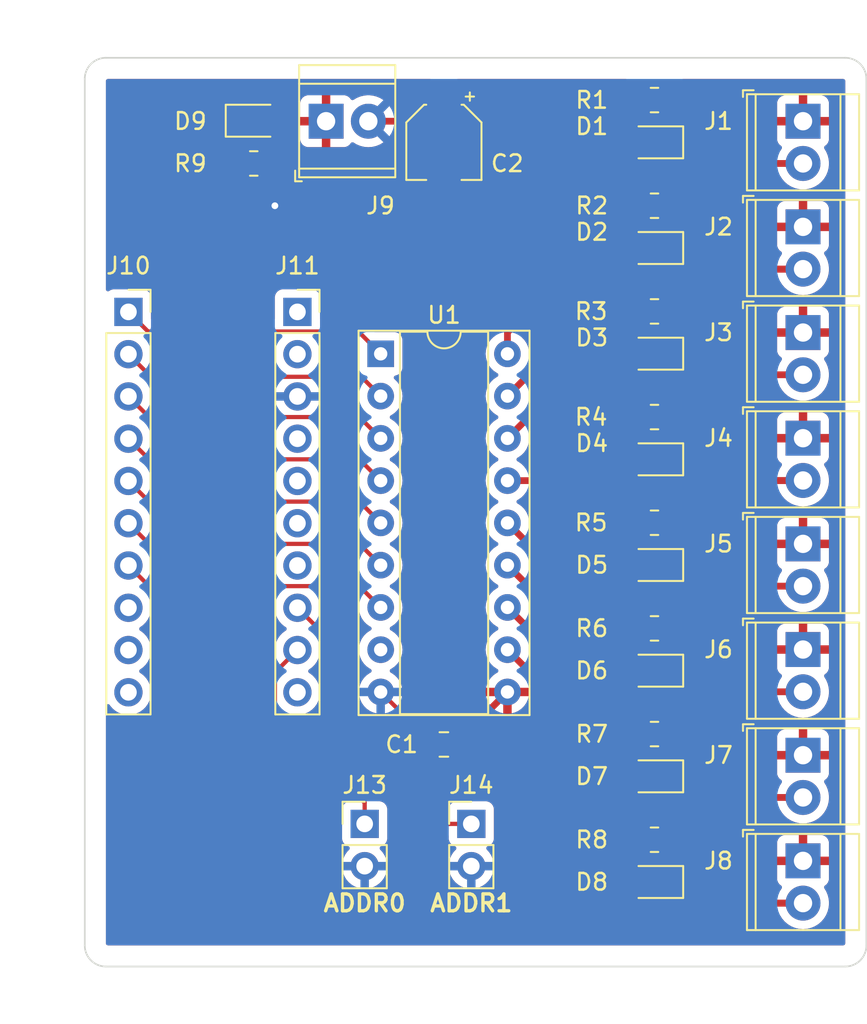
<source format=kicad_pcb>
(kicad_pcb (version 20211014) (generator pcbnew)
  (layers (0 "F.Cu" signal) (31 "B.Cu" signal) (34 "B.Paste" user) (35 "F.Paste" user) (36 "B.SilkS" user "B.Silkscreen") (37 "F.SilkS" user "F.Silkscreen") (38 "B.Mask" user) (39 "F.Mask" user) (44 "Edge.Cuts" user))
  (net 0 "")
  (net 1 "/GPIO_0")
  (net 2 "/GPIO_1")
  (net 3 "/GPIO_2")
  (net 4 "/GPIO_3")
  (net 5 "/GPIO_4")
  (net 6 "/GPIO_5")
  (net 7 "/GPIO_6")
  (net 8 "/GPIO_7")
  (net 14 "VCC")
  (net 15 "/COIL1-")
  (net 16 "/COIL2-")
  (net 17 "/COIL3-")
  (net 18 "/COIL4-")
  (net 19 "/COIL5-")
  (net 20 "/COIL6-")
  (net 21 "/COIL7-")
  (net 22 "/COIL8-")
  (net 23 "GND")
  (net 24 "Net-(D1-Pad1)")
  (net 25 "Net-(D2-Pad1)")
  (net 26 "Net-(D3-Pad1)")
  (net 27 "Net-(D4-Pad1)")
  (net 28 "Net-(D5-Pad1)")
  (net 29 "Net-(D6-Pad1)")
  (net 30 "Net-(D7-Pad1)")
  (net 31 "Net-(D8-Pad1)")
  (net 32 "/GPIO_16")
  (net 33 "/GPIO_15")
  (net 34 "/GPIO_14")
  (net 35 "/GPIO_13")
  (net 36 "/GPIO_12")
  (net 37 "/GPIO_11")
  (net 38 "/GPIO_8")
  (net 39 "Net-(D9-Pad1)")
  (footprint "LED_SMD:LED_0805_2012Metric" (layer "F.Cu") (at 86.36 90.17 180)
    (fp_text reference "D5" (at 3.81 0) (layer "F.SilkS"))
    (fp_text value "RED")
    (fp_line (start -1.685 -0.96) (end -1.685 0.96) (layer "F.SilkS") (width 0.12))
    (fp_line (start -1.685 0.96) (end 1 0.96) (layer "F.SilkS") (width 0.12))
    (fp_line (start 1 -0.96) (end -1.685 -0.96) (layer "F.SilkS") (width 0.12))
    (pad "1" smd roundrect (at -0.9375 0 180) (size 0.975 1.4) (layers "F.Cu" "F.Paste" "F.Mask") (net 28 "Net-(D5-Pad1)"))
    (pad "2" smd roundrect (at 0.9375 0 180) (size 0.975 1.4) (layers "F.Cu" "F.Paste" "F.Mask") (net 14 "VCC"))
  )
  (footprint "LED_SMD:LED_0805_2012Metric" (layer "F.Cu") (at 86.36 71.12 180)
    (fp_text reference "D2" (at 3.81 0.96) (layer "F.SilkS"))
    (fp_text value "RED")
    (fp_line (start 1 -0.96) (end -1.685 -0.96) (layer "F.SilkS") (width 0.12))
    (fp_line (start -1.685 0.96) (end 1 0.96) (layer "F.SilkS") (width 0.12))
    (fp_line (start -1.685 -0.96) (end -1.685 0.96) (layer "F.SilkS") (width 0.12))
    (pad "1" smd roundrect (at -0.9375 0 180) (size 0.975 1.4) (layers "F.Cu" "F.Paste" "F.Mask") (net 25 "Net-(D2-Pad1)"))
    (pad "2" smd roundrect (at 0.9375 0 180) (size 0.975 1.4) (layers "F.Cu" "F.Paste" "F.Mask") (net 14 "VCC"))
  )
  (footprint "Connector_PinHeader_2.54mm:PinHeader_1x02_P2.54mm_Vertical" (layer "F.Cu") (at 68.8975 105.7275)
    (fp_text reference "J13" (at 0 -2.33) (layer "F.SilkS"))
    (fp_text value "Conn_01x02_Male")
    (fp_line (start -1.33 1.27) (end -1.33 3.87) (layer "F.SilkS") (width 0.12))
    (fp_line (start 1.33 1.27) (end 1.33 3.87) (layer "F.SilkS") (width 0.12))
    (fp_line (start -1.33 -1.33) (end 0 -1.33) (layer "F.SilkS") (width 0.12))
    (fp_line (start -1.33 0) (end -1.33 -1.33) (layer "F.SilkS") (width 0.12))
    (fp_line (start -1.33 3.87) (end 1.33 3.87) (layer "F.SilkS") (width 0.12))
    (fp_line (start -1.33 1.27) (end 1.33 1.27) (layer "F.SilkS") (width 0.12))
    (pad "1" thru_hole rect (at 0 0) (size 1.7 1.7) (drill 1) (layers *.Cu *.Mask) (net 36 "/GPIO_12"))
    (pad "2" thru_hole oval (at 0 2.54) (size 1.7 1.7) (drill 1) (layers *.Cu *.Mask) (net 23 "GND"))
  )
  (footprint "TerminalBlock_TE-Connectivity:TerminalBlock_TE_282834-2_1x02_P2.54mm_Horizontal" (layer "F.Cu") (at 95.25 63.5 -90)
    (fp_text reference "J1" (at 0 5.08 180) (layer "F.SilkS"))
    (fp_text value "Screw_Terminal_01x02")
    (fp_line (start -1.62 -3.37) (end 4.16 -3.37) (layer "F.SilkS") (width 0.12))
    (fp_line (start -1.62 -3.37) (end -1.62 3.37) (layer "F.SilkS") (width 0.12))
    (fp_line (start -1.86 2.97) (end -1.86 3.61) (layer "F.SilkS") (width 0.12))
    (fp_line (start 4.16 -3.37) (end 4.16 3.37) (layer "F.SilkS") (width 0.12))
    (fp_line (start -1.62 2.85) (end 4.16 2.85) (layer "F.SilkS") (width 0.12))
    (fp_line (start -1.86 3.61) (end -1.46 3.61) (layer "F.SilkS") (width 0.12))
    (fp_line (start -1.62 -2.25) (end 4.16 -2.25) (layer "F.SilkS") (width 0.12))
    (fp_line (start -1.62 3.37) (end 4.16 3.37) (layer "F.SilkS") (width 0.12))
    (pad "1" thru_hole rect (at 0 0 270) (size 2.1 2.1) (drill 1.1) (layers *.Cu *.Mask) (net 14 "VCC"))
    (pad "2" thru_hole circle (at 2.54 0 270) (size 2.1 2.1) (drill 1.1) (layers *.Cu *.Mask) (net 15 "/COIL1-"))
  )
  (footprint "Capacitor_SMD:C_0805_2012Metric" (layer "F.Cu") (at 73.66 100.955)
    (fp_text reference "C1" (at -2.54 0) (layer "F.SilkS"))
    (fp_text value "0.1uF")
    (fp_line (start -0.261252 -0.735) (end 0.261252 -0.735) (layer "F.SilkS") (width 0.12))
    (fp_line (start -0.261252 0.735) (end 0.261252 0.735) (layer "F.SilkS") (width 0.12))
    (pad "1" smd roundrect (at -0.95 0) (size 1 1.45) (layers "F.Cu" "F.Paste" "F.Mask") (net 23 "GND"))
    (pad "2" smd roundrect (at 0.95 0) (size 1 1.45) (layers "F.Cu" "F.Paste" "F.Mask") (net 14 "VCC"))
  )
  (footprint "TerminalBlock_TE-Connectivity:TerminalBlock_TE_282834-2_1x02_P2.54mm_Horizontal" (layer "F.Cu") (at 95.25 82.55 -90)
    (fp_text reference "J4" (at 0 5.08 180) (layer "F.SilkS"))
    (fp_text value "Screw_Terminal_01x02")
    (fp_line (start -1.62 -3.37) (end -1.62 3.37) (layer "F.SilkS") (width 0.12))
    (fp_line (start -1.86 3.61) (end -1.46 3.61) (layer "F.SilkS") (width 0.12))
    (fp_line (start -1.62 -2.25) (end 4.16 -2.25) (layer "F.SilkS") (width 0.12))
    (fp_line (start -1.62 -3.37) (end 4.16 -3.37) (layer "F.SilkS") (width 0.12))
    (fp_line (start -1.86 2.97) (end -1.86 3.61) (layer "F.SilkS") (width 0.12))
    (fp_line (start -1.62 2.85) (end 4.16 2.85) (layer "F.SilkS") (width 0.12))
    (fp_line (start 4.16 -3.37) (end 4.16 3.37) (layer "F.SilkS") (width 0.12))
    (fp_line (start -1.62 3.37) (end 4.16 3.37) (layer "F.SilkS") (width 0.12))
    (pad "1" thru_hole rect (at 0 0 270) (size 2.1 2.1) (drill 1.1) (layers *.Cu *.Mask) (net 14 "VCC"))
    (pad "2" thru_hole circle (at 2.54 0 270) (size 2.1 2.1) (drill 1.1) (layers *.Cu *.Mask) (net 18 "/COIL4-"))
  )
  (footprint "LED_SMD:LED_0805_2012Metric" (layer "F.Cu") (at 86.36 77.47 180)
    (fp_text reference "D3" (at 3.81 0.96) (layer "F.SilkS"))
    (fp_text value "RED")
    (fp_line (start -1.685 -0.96) (end -1.685 0.96) (layer "F.SilkS") (width 0.12))
    (fp_line (start 1 -0.96) (end -1.685 -0.96) (layer "F.SilkS") (width 0.12))
    (fp_line (start -1.685 0.96) (end 1 0.96) (layer "F.SilkS") (width 0.12))
    (pad "1" smd roundrect (at -0.9375 0 180) (size 0.975 1.4) (layers "F.Cu" "F.Paste" "F.Mask") (net 26 "Net-(D3-Pad1)"))
    (pad "2" smd roundrect (at 0.9375 0 180) (size 0.975 1.4) (layers "F.Cu" "F.Paste" "F.Mask") (net 14 "VCC"))
  )
  (footprint "Connector_PinHeader_2.54mm:PinHeader_1x02_P2.54mm_Vertical" (layer "F.Cu") (at 75.3075 105.7275)
    (fp_text reference "J14" (at 0 -2.33) (layer "F.SilkS"))
    (fp_text value "Conn_01x02_Male")
    (fp_line (start -1.33 1.27) (end 1.33 1.27) (layer "F.SilkS") (width 0.12))
    (fp_line (start 1.33 1.27) (end 1.33 3.87) (layer "F.SilkS") (width 0.12))
    (fp_line (start -1.33 3.87) (end 1.33 3.87) (layer "F.SilkS") (width 0.12))
    (fp_line (start -1.33 -1.33) (end 0 -1.33) (layer "F.SilkS") (width 0.12))
    (fp_line (start -1.33 0) (end -1.33 -1.33) (layer "F.SilkS") (width 0.12))
    (fp_line (start -1.33 1.27) (end -1.33 3.87) (layer "F.SilkS") (width 0.12))
    (pad "1" thru_hole rect (at 0 0) (size 1.7 1.7) (drill 1) (layers *.Cu *.Mask) (net 35 "/GPIO_13"))
    (pad "2" thru_hole oval (at 0 2.54) (size 1.7 1.7) (drill 1) (layers *.Cu *.Mask) (net 23 "GND"))
  )
  (footprint "Resistor_SMD:R_0805_2012Metric" (layer "F.Cu") (at 86.32 93.98)
    (fp_text reference "R6" (at -3.77 0) (layer "F.SilkS"))
    (fp_text value "1.5k")
    (fp_line (start -0.227064 0.735) (end 0.227064 0.735) (layer "F.SilkS") (width 0.12))
    (fp_line (start -0.227064 -0.735) (end 0.227064 -0.735) (layer "F.SilkS") (width 0.12))
    (pad "1" smd roundrect (at -0.9125 0) (size 1.025 1.4) (layers "F.Cu" "F.Paste" "F.Mask") (roundrect_rratio 0.243902439) (net 29 "Net-(D6-Pad1)"))
    (pad "2" smd roundrect (at 0.9125 0) (size 1.025 1.4) (layers "F.Cu" "F.Paste" "F.Mask") (roundrect_rratio 0.243902439) (net 20 "/COIL6-"))
  )
  (footprint "TerminalBlock_TE-Connectivity:TerminalBlock_TE_282834-2_1x02_P2.54mm_Horizontal" (layer "F.Cu") (at 95.25 69.85 -90)
    (fp_text reference "J2" (at 0 5.08 180) (layer "F.SilkS"))
    (fp_text value "Screw_Terminal_01x02")
    (fp_line (start -1.62 -3.37) (end -1.62 3.37) (layer "F.SilkS") (width 0.12))
    (fp_line (start -1.62 2.85) (end 4.16 2.85) (layer "F.SilkS") (width 0.12))
    (fp_line (start 4.16 -3.37) (end 4.16 3.37) (layer "F.SilkS") (width 0.12))
    (fp_line (start -1.62 -2.25) (end 4.16 -2.25) (layer "F.SilkS") (width 0.12))
    (fp_line (start -1.86 3.61) (end -1.46 3.61) (layer "F.SilkS") (width 0.12))
    (fp_line (start -1.62 -3.37) (end 4.16 -3.37) (layer "F.SilkS") (width 0.12))
    (fp_line (start -1.86 2.97) (end -1.86 3.61) (layer "F.SilkS") (width 0.12))
    (fp_line (start -1.62 3.37) (end 4.16 3.37) (layer "F.SilkS") (width 0.12))
    (pad "1" thru_hole rect (at 0 0 270) (size 2.1 2.1) (drill 1.1) (layers *.Cu *.Mask) (net 14 "VCC"))
    (pad "2" thru_hole circle (at 2.54 0 270) (size 2.1 2.1) (drill 1.1) (layers *.Cu *.Mask) (net 16 "/COIL2-"))
  )
  (footprint "Resistor_SMD:R_0805_2012Metric" (layer "F.Cu") (at 86.32 68.58)
    (fp_text reference "R2" (at -3.77 0) (layer "F.SilkS"))
    (fp_text value "1.5k")
    (fp_line (start -0.227064 -0.735) (end 0.227064 -0.735) (layer "F.SilkS") (width 0.12))
    (fp_line (start -0.227064 0.735) (end 0.227064 0.735) (layer "F.SilkS") (width 0.12))
    (pad "1" smd roundrect (at -0.9125 0) (size 1.025 1.4) (layers "F.Cu" "F.Paste" "F.Mask") (roundrect_rratio 0.243902439) (net 25 "Net-(D2-Pad1)"))
    (pad "2" smd roundrect (at 0.9125 0) (size 1.025 1.4) (layers "F.Cu" "F.Paste" "F.Mask") (roundrect_rratio 0.243902439) (net 16 "/COIL2-"))
  )
  (footprint "LED_SMD:LED_0805_2012Metric" (layer "F.Cu") (at 86.36 102.87 180)
    (fp_text reference "D7" (at 3.81 0) (layer "F.SilkS"))
    (fp_text value "RED")
    (fp_line (start -1.685 -0.96) (end -1.685 0.96) (layer "F.SilkS") (width 0.12))
    (fp_line (start 1 -0.96) (end -1.685 -0.96) (layer "F.SilkS") (width 0.12))
    (fp_line (start -1.685 0.96) (end 1 0.96) (layer "F.SilkS") (width 0.12))
    (pad "1" smd roundrect (at -0.9375 0 180) (size 0.975 1.4) (layers "F.Cu" "F.Paste" "F.Mask") (net 30 "Net-(D7-Pad1)"))
    (pad "2" smd roundrect (at 0.9375 0 180) (size 0.975 1.4) (layers "F.Cu" "F.Paste" "F.Mask") (net 14 "VCC"))
  )
  (footprint "TerminalBlock_TE-Connectivity:TerminalBlock_TE_282834-2_1x02_P2.54mm_Horizontal" (layer "F.Cu") (at 95.25 101.6 -90)
    (fp_text reference "J7" (at 0 5.08 180) (layer "F.SilkS"))
    (fp_text value "Screw_Terminal_01x02")
    (fp_line (start -1.62 3.37) (end 4.16 3.37) (layer "F.SilkS") (width 0.12))
    (fp_line (start -1.62 -3.37) (end -1.62 3.37) (layer "F.SilkS") (width 0.12))
    (fp_line (start -1.62 -2.25) (end 4.16 -2.25) (layer "F.SilkS") (width 0.12))
    (fp_line (start -1.86 2.97) (end -1.86 3.61) (layer "F.SilkS") (width 0.12))
    (fp_line (start 4.16 -3.37) (end 4.16 3.37) (layer "F.SilkS") (width 0.12))
    (fp_line (start -1.62 2.85) (end 4.16 2.85) (layer "F.SilkS") (width 0.12))
    (fp_line (start -1.62 -3.37) (end 4.16 -3.37) (layer "F.SilkS") (width 0.12))
    (fp_line (start -1.86 3.61) (end -1.46 3.61) (layer "F.SilkS") (width 0.12))
    (pad "1" thru_hole rect (at 0 0 270) (size 2.1 2.1) (drill 1.1) (layers *.Cu *.Mask) (net 14 "VCC"))
    (pad "2" thru_hole circle (at 2.54 0 270) (size 2.1 2.1) (drill 1.1) (layers *.Cu *.Mask) (net 21 "/COIL7-"))
  )
  (footprint "TerminalBlock_TE-Connectivity:TerminalBlock_TE_282834-2_1x02_P2.54mm_Horizontal" (layer "F.Cu") (at 95.25 107.95 -90)
    (fp_text reference "J8" (at 0 5.08 180) (layer "F.SilkS"))
    (fp_text value "Screw_Terminal_01x02")
    (fp_line (start -1.62 -2.25) (end 4.16 -2.25) (layer "F.SilkS") (width 0.12))
    (fp_line (start -1.62 2.85) (end 4.16 2.85) (layer "F.SilkS") (width 0.12))
    (fp_line (start -1.62 -3.37) (end 4.16 -3.37) (layer "F.SilkS") (width 0.12))
    (fp_line (start -1.86 2.97) (end -1.86 3.61) (layer "F.SilkS") (width 0.12))
    (fp_line (start -1.62 -3.37) (end -1.62 3.37) (layer "F.SilkS") (width 0.12))
    (fp_line (start -1.62 3.37) (end 4.16 3.37) (layer "F.SilkS") (width 0.12))
    (fp_line (start 4.16 -3.37) (end 4.16 3.37) (layer "F.SilkS") (width 0.12))
    (fp_line (start -1.86 3.61) (end -1.46 3.61) (layer "F.SilkS") (width 0.12))
    (pad "1" thru_hole rect (at 0 0 270) (size 2.1 2.1) (drill 1.1) (layers *.Cu *.Mask) (net 14 "VCC"))
    (pad "2" thru_hole circle (at 2.54 0 270) (size 2.1 2.1) (drill 1.1) (layers *.Cu *.Mask) (net 22 "/COIL8-"))
  )
  (footprint "Connector_PinSocket_2.54mm:PinSocket_1x10_P2.54mm_Vertical" (layer "F.Cu") (at 64.855 74.96)
    (fp_text reference "J11" (at 0 -2.77) (layer "F.SilkS"))
    (fp_text value "Conn_01x10_Female")
    (fp_line (start -1.33 1.27) (end 1.33 1.27) (layer "F.SilkS") (width 0.12))
    (fp_line (start 1.33 1.27) (end 1.33 24.19) (layer "F.SilkS") (width 0.12))
    (fp_line (start 0 -1.33) (end 1.33 -1.33) (layer "F.SilkS") (width 0.12))
    (fp_line (start -1.33 24.19) (end 1.33 24.19) (layer "F.SilkS") (width 0.12))
    (fp_line (start -1.33 1.27) (end -1.33 24.19) (layer "F.SilkS") (width 0.12))
    (fp_line (start 1.33 -1.33) (end 1.33 0) (layer "F.SilkS") (width 0.12))
    (pad "1" thru_hole rect (at 0 0) (size 1.7 1.7) (drill 1) (layers *.Cu *.Mask))
    (pad "2" thru_hole oval (at 0 2.54) (size 1.7 1.7) (drill 1) (layers *.Cu *.Mask))
    (pad "3" thru_hole oval (at 0 5.08) (size 1.7 1.7) (drill 1) (layers *.Cu *.Mask) (net 23 "GND"))
    (pad "4" thru_hole oval (at 0 7.62) (size 1.7 1.7) (drill 1) (layers *.Cu *.Mask) (net 32 "/GPIO_16"))
    (pad "5" thru_hole oval (at 0 10.16) (size 1.7 1.7) (drill 1) (layers *.Cu *.Mask) (net 33 "/GPIO_15"))
    (pad "6" thru_hole oval (at 0 12.7) (size 1.7 1.7) (drill 1) (layers *.Cu *.Mask) (net 34 "/GPIO_14"))
    (pad "7" thru_hole oval (at 0 15.24) (size 1.7 1.7) (drill 1) (layers *.Cu *.Mask))
    (pad "8" thru_hole oval (at 0 17.78) (size 1.7 1.7) (drill 1) (layers *.Cu *.Mask) (net 35 "/GPIO_13"))
    (pad "9" thru_hole oval (at 0 20.32) (size 1.7 1.7) (drill 1) (layers *.Cu *.Mask) (net 36 "/GPIO_12"))
    (pad "10" thru_hole oval (at 0 22.86) (size 1.7 1.7) (drill 1) (layers *.Cu *.Mask) (net 37 "/GPIO_11"))
  )
  (footprint "Resistor_SMD:R_0805_2012Metric" (layer "F.Cu") (at 62.23 66.04)
    (fp_text reference "R9" (at -3.81 0) (layer "F.SilkS"))
    (fp_text value "1.5k")
    (fp_line (start -0.227064 -0.735) (end 0.227064 -0.735) (layer "F.SilkS") (width 0.12))
    (fp_line (start -0.227064 0.735) (end 0.227064 0.735) (layer "F.SilkS") (width 0.12))
    (pad "1" smd roundrect (at -0.9125 0) (size 1.025 1.4) (layers "F.Cu" "F.Paste" "F.Mask") (roundrect_rratio 0.243902439) (net 39 "Net-(D9-Pad1)"))
    (pad "2" smd roundrect (at 0.9125 0) (size 1.025 1.4) (layers "F.Cu" "F.Paste" "F.Mask") (roundrect_rratio 0.243902439) (net 23 "GND"))
  )
  (footprint "Resistor_SMD:R_0805_2012Metric" (layer "F.Cu") (at 86.32 87.63)
    (fp_text reference "R5" (at -3.81 0) (layer "F.SilkS"))
    (fp_text value "1.5k")
    (fp_line (start -0.227064 -0.735) (end 0.227064 -0.735) (layer "F.SilkS") (width 0.12))
    (fp_line (start -0.227064 0.735) (end 0.227064 0.735) (layer "F.SilkS") (width 0.12))
    (pad "1" smd roundrect (at -0.9125 0) (size 1.025 1.4) (layers "F.Cu" "F.Paste" "F.Mask") (roundrect_rratio 0.243902439) (net 28 "Net-(D5-Pad1)"))
    (pad "2" smd roundrect (at 0.9125 0) (size 1.025 1.4) (layers "F.Cu" "F.Paste" "F.Mask") (roundrect_rratio 0.243902439) (net 19 "/COIL5-"))
  )
  (footprint "LED_SMD:LED_0805_2012Metric" (layer "F.Cu") (at 86.36 83.82 180)
    (fp_text reference "D4" (at 3.81 0.96) (layer "F.SilkS"))
    (fp_text value "RED")
    (fp_line (start -1.685 -0.96) (end -1.685 0.96) (layer "F.SilkS") (width 0.12))
    (fp_line (start 1 -0.96) (end -1.685 -0.96) (layer "F.SilkS") (width 0.12))
    (fp_line (start -1.685 0.96) (end 1 0.96) (layer "F.SilkS") (width 0.12))
    (pad "1" smd roundrect (at -0.9375 0 180) (size 0.975 1.4) (layers "F.Cu" "F.Paste" "F.Mask") (net 27 "Net-(D4-Pad1)"))
    (pad "2" smd roundrect (at 0.9375 0 180) (size 0.975 1.4) (layers "F.Cu" "F.Paste" "F.Mask") (net 14 "VCC"))
  )
  (footprint "Resistor_SMD:R_0805_2012Metric" (layer "F.Cu") (at 86.32 100.33)
    (fp_text reference "R7" (at -3.77 0) (layer "F.SilkS"))
    (fp_text value "1.5k")
    (fp_line (start -0.227064 0.735) (end 0.227064 0.735) (layer "F.SilkS") (width 0.12))
    (fp_line (start -0.227064 -0.735) (end 0.227064 -0.735) (layer "F.SilkS") (width 0.12))
    (pad "1" smd roundrect (at -0.9125 0) (size 1.025 1.4) (layers "F.Cu" "F.Paste" "F.Mask") (roundrect_rratio 0.243902439) (net 30 "Net-(D7-Pad1)"))
    (pad "2" smd roundrect (at 0.9125 0) (size 1.025 1.4) (layers "F.Cu" "F.Paste" "F.Mask") (roundrect_rratio 0.243902439) (net 21 "/COIL7-"))
  )
  (footprint "Capacitor_SMD:CP_Elec_4x5.4" (layer "F.Cu") (at 73.66 64.77 -90)
    (fp_text reference "C2" (at 1.27 -3.81 180) (layer "F.SilkS"))
    (fp_text value "10uF")
    (fp_line (start -1.195563 -2.26) (end 2.26 -2.26) (layer "F.SilkS") (width 0.12))
    (fp_line (start -2.26 1.195563) (end -1.195563 2.26) (layer "F.SilkS") (width 0.12))
    (fp_line (start -3 -1.56) (end -2.5 -1.56) (layer "F.SilkS") (width 0.12))
    (fp_line (start -2.26 1.195563) (end -2.26 1.06) (layer "F.SilkS") (width 0.12))
    (fp_line (start -1.195563 2.26) (end 2.26 2.26) (layer "F.SilkS") (width 0.12))
    (fp_line (start 2.26 2.26) (end 2.26 1.06) (layer "F.SilkS") (width 0.12))
    (fp_line (start -2.26 -1.195563) (end -1.195563 -2.26) (layer "F.SilkS") (width 0.12))
    (fp_line (start 2.26 -2.26) (end 2.26 -1.06) (layer "F.SilkS") (width 0.12))
    (fp_line (start -2.26 -1.195563) (end -2.26 -1.06) (layer "F.SilkS") (width 0.12))
    (fp_line (start -2.75 -1.81) (end -2.75 -1.31) (layer "F.SilkS") (width 0.12))
    (pad "1" smd roundrect (at -1.8 0 270) (size 2.6 1.6) (layers "F.Cu" "F.Paste" "F.Mask") (roundrect_rratio 0.15625) (net 23 "GND"))
    (pad "2" smd roundrect (at 1.8 0 270) (size 2.6 1.6) (layers "F.Cu" "F.Paste" "F.Mask") (roundrect_rratio 0.15625) (net 14 "VCC"))
  )
  (footprint "Resistor_SMD:R_0805_2012Metric" (layer "F.Cu") (at 86.32 74.93)
    (fp_text reference "R3" (at -3.81 0) (layer "F.SilkS"))
    (fp_text value "1.5k")
    (fp_line (start -0.227064 0.735) (end 0.227064 0.735) (layer "F.SilkS") (width 0.12))
    (fp_line (start -0.227064 -0.735) (end 0.227064 -0.735) (layer "F.SilkS") (width 0.12))
    (pad "1" smd roundrect (at -0.9125 0) (size 1.025 1.4) (layers "F.Cu" "F.Paste" "F.Mask") (roundrect_rratio 0.243902439) (net 26 "Net-(D3-Pad1)"))
    (pad "2" smd roundrect (at 0.9125 0) (size 1.025 1.4) (layers "F.Cu" "F.Paste" "F.Mask") (roundrect_rratio 0.243902439) (net 17 "/COIL3-"))
  )
  (footprint "TerminalBlock_TE-Connectivity:TerminalBlock_TE_282834-2_1x02_P2.54mm_Horizontal" (layer "F.Cu") (at 66.578 63.5)
    (fp_text reference "J9" (at 3.272 5.08) (layer "F.SilkS"))
    (fp_text value "Screw_Terminal_01x02")
    (fp_line (start -1.62 -2.25) (end 4.16 -2.25) (layer "F.SilkS") (width 0.12))
    (fp_line (start -1.62 -3.37) (end 4.16 -3.37) (layer "F.SilkS") (width 0.12))
    (fp_line (start -1.86 2.97) (end -1.86 3.61) (layer "F.SilkS") (width 0.12))
    (fp_line (start -1.62 2.85) (end 4.16 2.85) (layer "F.SilkS") (width 0.12))
    (fp_line (start 4.16 -3.37) (end 4.16 3.37) (layer "F.SilkS") (width 0.12))
    (fp_line (start -1.62 3.37) (end 4.16 3.37) (layer "F.SilkS") (width 0.12))
    (fp_line (start -1.62 -3.37) (end -1.62 3.37) (layer "F.SilkS") (width 0.12))
    (fp_line (start -1.86 3.61) (end -1.46 3.61) (layer "F.SilkS") (width 0.12))
    (pad "1" thru_hole rect (at 0 0) (size 2.1 2.1) (drill 1.1) (layers *.Cu *.Mask) (net 14 "VCC"))
    (pad "2" thru_hole circle (at 2.54 0) (size 2.1 2.1) (drill 1.1) (layers *.Cu *.Mask) (net 23 "GND"))
  )
  (footprint "TerminalBlock_TE-Connectivity:TerminalBlock_TE_282834-2_1x02_P2.54mm_Horizontal" (layer "F.Cu") (at 95.25 95.25 -90)
    (fp_text reference "J6" (at 0 5.08 180) (layer "F.SilkS"))
    (fp_text value "Screw_Terminal_01x02")
    (fp_line (start -1.62 -3.37) (end -1.62 3.37) (layer "F.SilkS") (width 0.12))
    (fp_line (start -1.62 -2.25) (end 4.16 -2.25) (layer "F.SilkS") (width 0.12))
    (fp_line (start -1.86 3.61) (end -1.46 3.61) (layer "F.SilkS") (width 0.12))
    (fp_line (start -1.62 3.37) (end 4.16 3.37) (layer "F.SilkS") (width 0.12))
    (fp_line (start -1.62 -3.37) (end 4.16 -3.37) (layer "F.SilkS") (width 0.12))
    (fp_line (start -1.86 2.97) (end -1.86 3.61) (layer "F.SilkS") (width 0.12))
    (fp_line (start -1.62 2.85) (end 4.16 2.85) (layer "F.SilkS") (width 0.12))
    (fp_line (start 4.16 -3.37) (end 4.16 3.37) (layer "F.SilkS") (width 0.12))
    (pad "1" thru_hole rect (at 0 0 270) (size 2.1 2.1) (drill 1.1) (layers *.Cu *.Mask) (net 14 "VCC"))
    (pad "2" thru_hole circle (at 2.54 0 270) (size 2.1 2.1) (drill 1.1) (layers *.Cu *.Mask) (net 20 "/COIL6-"))
  )
  (footprint "Resistor_SMD:R_0805_2012Metric" (layer "F.Cu") (at 86.32 81.28)
    (fp_text reference "R4" (at -3.81 0) (layer "F.SilkS"))
    (fp_text value "1.5k")
    (fp_line (start -0.227064 -0.735) (end 0.227064 -0.735) (layer "F.SilkS") (width 0.12))
    (fp_line (start -0.227064 0.735) (end 0.227064 0.735) (layer "F.SilkS") (width 0.12))
    (pad "1" smd roundrect (at -0.9125 0) (size 1.025 1.4) (layers "F.Cu" "F.Paste" "F.Mask") (roundrect_rratio 0.243902439) (net 27 "Net-(D4-Pad1)"))
    (pad "2" smd roundrect (at 0.9125 0) (size 1.025 1.4) (layers "F.Cu" "F.Paste" "F.Mask") (roundrect_rratio 0.243902439) (net 18 "/COIL4-"))
  )
  (footprint "TerminalBlock_TE-Connectivity:TerminalBlock_TE_282834-2_1x02_P2.54mm_Horizontal" (layer "F.Cu") (at 95.25 88.9 -90)
    (fp_text reference "J5" (at 0 5.08 180) (layer "F.SilkS"))
    (fp_text value "Screw_Terminal_01x02")
    (fp_line (start 4.16 -3.37) (end 4.16 3.37) (layer "F.SilkS") (width 0.12))
    (fp_line (start -1.86 2.97) (end -1.86 3.61) (layer "F.SilkS") (width 0.12))
    (fp_line (start -1.62 -3.37) (end 4.16 -3.37) (layer "F.SilkS") (width 0.12))
    (fp_line (start -1.62 -2.25) (end 4.16 -2.25) (layer "F.SilkS") (width 0.12))
    (fp_line (start -1.62 3.37) (end 4.16 3.37) (layer "F.SilkS") (width 0.12))
    (fp_line (start -1.62 -3.37) (end -1.62 3.37) (layer "F.SilkS") (width 0.12))
    (fp_line (start -1.86 3.61) (end -1.46 3.61) (layer "F.SilkS") (width 0.12))
    (fp_line (start -1.62 2.85) (end 4.16 2.85) (layer "F.SilkS") (width 0.12))
    (pad "1" thru_hole rect (at 0 0 270) (size 2.1 2.1) (drill 1.1) (layers *.Cu *.Mask) (net 14 "VCC"))
    (pad "2" thru_hole circle (at 2.54 0 270) (size 2.1 2.1) (drill 1.1) (layers *.Cu *.Mask) (net 19 "/COIL5-"))
  )
  (footprint "Resistor_SMD:R_0805_2012Metric" (layer "F.Cu") (at 86.32 62.23)
    (fp_text reference "R1" (at -3.77 0) (layer "F.SilkS"))
    (fp_text value "1.5k")
    (fp_line (start -0.227064 0.735) (end 0.227064 0.735) (layer "F.SilkS") (width 0.12))
    (fp_line (start -0.227064 -0.735) (end 0.227064 -0.735) (layer "F.SilkS") (width 0.12))
    (pad "1" smd roundrect (at -0.9125 0) (size 1.025 1.4) (layers "F.Cu" "F.Paste" "F.Mask") (roundrect_rratio 0.243902439) (net 24 "Net-(D1-Pad1)"))
    (pad "2" smd roundrect (at 0.9125 0) (size 1.025 1.4) (layers "F.Cu" "F.Paste" "F.Mask") (roundrect_rratio 0.243902439) (net 15 "/COIL1-"))
  )
  (footprint "Connector_PinSocket_2.54mm:PinSocket_1x10_P2.54mm_Vertical" (layer "F.Cu") (at 54.695 74.96)
    (fp_text reference "J10" (at 0 -2.77) (layer "F.SilkS"))
    (fp_text value "Conn_01x10_Female")
    (fp_line (start 1.33 -1.33) (end 1.33 0) (layer "F.SilkS") (width 0.12))
    (fp_line (start -1.33 1.27) (end 1.33 1.27) (layer "F.SilkS") (width 0.12))
    (fp_line (start -1.33 1.27) (end -1.33 24.19) (layer "F.SilkS") (width 0.12))
    (fp_line (start -1.33 24.19) (end 1.33 24.19) (layer "F.SilkS") (width 0.12))
    (fp_line (start 0 -1.33) (end 1.33 -1.33) (layer "F.SilkS") (width 0.12))
    (fp_line (start 1.33 1.27) (end 1.33 24.19) (layer "F.SilkS") (width 0.12))
    (pad "1" thru_hole rect (at 0 0) (size 1.7 1.7) (drill 1) (layers *.Cu *.Mask) (net 1 "/GPIO_0"))
    (pad "2" thru_hole oval (at 0 2.54) (size 1.7 1.7) (drill 1) (layers *.Cu *.Mask) (net 2 "/GPIO_1"))
    (pad "3" thru_hole oval (at 0 5.08) (size 1.7 1.7) (drill 1) (layers *.Cu *.Mask) (net 3 "/GPIO_2"))
    (pad "4" thru_hole oval (at 0 7.62) (size 1.7 1.7) (drill 1) (layers *.Cu *.Mask) (net 4 "/GPIO_3"))
    (pad "5" thru_hole oval (at 0 10.16) (size 1.7 1.7) (drill 1) (layers *.Cu *.Mask) (net 5 "/GPIO_4"))
    (pad "6" thru_hole oval (at 0 12.7) (size 1.7 1.7) (drill 1) (layers *.Cu *.Mask) (net 6 "/GPIO_5"))
    (pad "7" thru_hole oval (at 0 15.24) (size 1.7 1.7) (drill 1) (layers *.Cu *.Mask) (net 7 "/GPIO_6"))
    (pad "8" thru_hole oval (at 0 17.78) (size 1.7 1.7) (drill 1) (layers *.Cu *.Mask) (net 8 "/GPIO_7"))
    (pad "9" thru_hole oval (at 0 20.32) (size 1.7 1.7) (drill 1) (layers *.Cu *.Mask))
    (pad "10" thru_hole oval (at 0 22.86) (size 1.7 1.7) (drill 1) (layers *.Cu *.Mask))
  )
  (footprint "TerminalBlock_TE-Connectivity:TerminalBlock_TE_282834-2_1x02_P2.54mm_Horizontal" (layer "F.Cu") (at 95.25 76.2 -90)
    (fp_text reference "J3" (at 0 5.08 180) (layer "F.SilkS"))
    (fp_text value "Screw_Terminal_01x02")
    (fp_line (start -1.62 -3.37) (end -1.62 3.37) (layer "F.SilkS") (width 0.12))
    (fp_line (start -1.62 -2.25) (end 4.16 -2.25) (layer "F.SilkS") (width 0.12))
    (fp_line (start -1.62 -3.37) (end 4.16 -3.37) (layer "F.SilkS") (width 0.12))
    (fp_line (start -1.62 3.37) (end 4.16 3.37) (layer "F.SilkS") (width 0.12))
    (fp_line (start 4.16 -3.37) (end 4.16 3.37) (layer "F.SilkS") (width 0.12))
    (fp_line (start -1.86 3.61) (end -1.46 3.61) (layer "F.SilkS") (width 0.12))
    (fp_line (start -1.62 2.85) (end 4.16 2.85) (layer "F.SilkS") (width 0.12))
    (fp_line (start -1.86 2.97) (end -1.86 3.61) (layer "F.SilkS") (width 0.12))
    (pad "1" thru_hole rect (at 0 0 270) (size 2.1 2.1) (drill 1.1) (layers *.Cu *.Mask) (net 14 "VCC"))
    (pad "2" thru_hole circle (at 2.54 0 270) (size 2.1 2.1) (drill 1.1) (layers *.Cu *.Mask) (net 17 "/COIL3-"))
  )
  (footprint "Resistor_SMD:R_0805_2012Metric" (layer "F.Cu") (at 86.32 106.68)
    (fp_text reference "R8" (at -3.77 0) (layer "F.SilkS"))
    (fp_text value "1.5k")
    (fp_line (start -0.227064 -0.735) (end 0.227064 -0.735) (layer "F.SilkS") (width 0.12))
    (fp_line (start -0.227064 0.735) (end 0.227064 0.735) (layer "F.SilkS") (width 0.12))
    (pad "1" smd roundrect (at -0.9125 0) (size 1.025 1.4) (layers "F.Cu" "F.Paste" "F.Mask") (roundrect_rratio 0.243902439) (net 31 "Net-(D8-Pad1)"))
    (pad "2" smd roundrect (at 0.9125 0) (size 1.025 1.4) (layers "F.Cu" "F.Paste" "F.Mask") (roundrect_rratio 0.243902439) (net 22 "/COIL8-"))
  )
  (footprint "LED_SMD:LED_0805_2012Metric" (layer "F.Cu") (at 86.36 96.52 180)
    (fp_text reference "D6" (at 3.81 0) (layer "F.SilkS"))
    (fp_text value "RED")
    (fp_line (start -1.685 -0.96) (end -1.685 0.96) (layer "F.SilkS") (width 0.12))
    (fp_line (start 1 -0.96) (end -1.685 -0.96) (layer "F.SilkS") (width 0.12))
    (fp_line (start -1.685 0.96) (end 1 0.96) (layer "F.SilkS") (width 0.12))
    (pad "1" smd roundrect (at -0.9375 0 180) (size 0.975 1.4) (layers "F.Cu" "F.Paste" "F.Mask") (net 29 "Net-(D6-Pad1)"))
    (pad "2" smd roundrect (at 0.9375 0 180) (size 0.975 1.4) (layers "F.Cu" "F.Paste" "F.Mask") (net 14 "VCC"))
  )
  (footprint "LED_SMD:LED_0805_2012Metric" (layer "F.Cu") (at 62.23 63.47)
    (fp_text reference "D9" (at -3.81 0.03) (layer "F.SilkS"))
    (fp_text value "RED")
    (fp_line (start -1.685 0.96) (end 1 0.96) (layer "F.SilkS") (width 0.12))
    (fp_line (start 1 -0.96) (end -1.685 -0.96) (layer "F.SilkS") (width 0.12))
    (fp_line (start -1.685 -0.96) (end -1.685 0.96) (layer "F.SilkS") (width 0.12))
    (pad "1" smd roundrect (at -0.9375 0) (size 0.975 1.4) (layers "F.Cu" "F.Paste" "F.Mask") (net 39 "Net-(D9-Pad1)"))
    (pad "2" smd roundrect (at 0.9375 0) (size 0.975 1.4) (layers "F.Cu" "F.Paste" "F.Mask") (net 14 "VCC"))
  )
  (footprint "LED_SMD:LED_0805_2012Metric" (layer "F.Cu") (at 86.36 64.77 180)
    (fp_text reference "D1" (at 3.81 0.96) (layer "F.SilkS"))
    (fp_text value "RED")
    (fp_line (start -1.685 0.96) (end 1 0.96) (layer "F.SilkS") (width 0.12))
    (fp_line (start -1.685 -0.96) (end -1.685 0.96) (layer "F.SilkS") (width 0.12))
    (fp_line (start 1 -0.96) (end -1.685 -0.96) (layer "F.SilkS") (width 0.12))
    (pad "1" smd roundrect (at -0.9375 0 180) (size 0.975 1.4) (layers "F.Cu" "F.Paste" "F.Mask") (net 24 "Net-(D1-Pad1)"))
    (pad "2" smd roundrect (at 0.9375 0 180) (size 0.975 1.4) (layers "F.Cu" "F.Paste" "F.Mask") (net 14 "VCC"))
  )
  (footprint "LED_SMD:LED_0805_2012Metric" (layer "F.Cu") (at 86.36 109.22 180)
    (fp_text reference "D8" (at 3.81 0) (layer "F.SilkS"))
    (fp_text value "RED")
    (fp_line (start -1.685 -0.96) (end -1.685 0.96) (layer "F.SilkS") (width 0.12))
    (fp_line (start 1 -0.96) (end -1.685 -0.96) (layer "F.SilkS") (width 0.12))
    (fp_line (start -1.685 0.96) (end 1 0.96) (layer "F.SilkS") (width 0.12))
    (pad "1" smd roundrect (at -0.9375 0 180) (size 0.975 1.4) (layers "F.Cu" "F.Paste" "F.Mask") (net 31 "Net-(D8-Pad1)"))
    (pad "2" smd roundrect (at 0.9375 0 180) (size 0.975 1.4) (layers "F.Cu" "F.Paste" "F.Mask") (net 14 "VCC"))
  )
  (footprint "Package_DIP:DIP-18_W7.62mm_Socket" (layer "F.Cu") (at 69.86 77.48)
    (fp_text reference "U1" (at 3.81 -2.33) (layer "F.SilkS"))
    (fp_text value "ULN2803A")
    (fp_line (start 8.95 -1.39) (end -1.33 -1.39) (layer "F.SilkS") (width 0.12))
    (fp_line (start 2.81 -1.33) (end 1.16 -1.33) (layer "F.SilkS") (width 0.12))
    (fp_line (start 8.95 21.71) (end 8.95 -1.39) (layer "F.SilkS") (width 0.12))
    (fp_line (start 1.16 21.65) (end 6.46 21.65) (layer "F.SilkS") (width 0.12))
    (fp_line (start 1.16 -1.33) (end 1.16 21.65) (layer "F.SilkS") (width 0.12))
    (fp_line (start 6.46 21.65) (end 6.46 -1.33) (layer "F.SilkS") (width 0.12))
    (fp_line (start -1.33 21.71) (end 8.95 21.71) (layer "F.SilkS") (width 0.12))
    (fp_line (start 6.46 -1.33) (end 4.81 -1.33) (layer "F.SilkS") (width 0.12))
    (fp_line (start -1.33 -1.39) (end -1.33 21.71) (layer "F.SilkS") (width 0.12))
    (fp_arc (start 4.81 -1.33) (mid 3.81 -0.33) (end 2.81 -1.33) (layer "F.SilkS") (width 0.12))
    (pad "1" thru_hole rect (at 0 0) (size 1.6 1.6) (drill 0.8) (layers *.Cu *.Mask) (net 1 "/GPIO_0"))
    (pad "2" thru_hole oval (at 0 2.54) (size 1.6 1.6) (drill 0.8) (layers *.Cu *.Mask) (net 2 "/GPIO_1"))
    (pad "3" thru_hole oval (at 0 5.08) (size 1.6 1.6) (drill 0.8) (layers *.Cu *.Mask) (net 3 "/GPIO_2"))
    (pad "4" thru_hole oval (at 0 7.62) (size 1.6 1.6) (drill 0.8) (layers *.Cu *.Mask) (net 4 "/GPIO_3"))
    (pad "5" thru_hole oval (at 0 10.16) (size 1.6 1.6) (drill 0.8) (layers *.Cu *.Mask) (net 5 "/GPIO_4"))
    (pad "6" thru_hole oval (at 0 12.7) (size 1.6 1.6) (drill 0.8) (layers *.Cu *.Mask) (net 6 "/GPIO_5"))
    (pad "7" thru_hole oval (at 0 15.24) (size 1.6 1.6) (drill 0.8) (layers *.Cu *.Mask) (net 7 "/GPIO_6"))
    (pad "8" thru_hole oval (at 0 17.78) (size 1.6 1.6) (drill 0.8) (layers *.Cu *.Mask) (net 38 "/GPIO_8"))
    (pad "9" thru_hole oval (at 0 20.32) (size 1.6 1.6) (drill 0.8) (layers *.Cu *.Mask) (net 23 "GND"))
    (pad "10" thru_hole oval (at 7.62 20.32) (size 1.6 1.6) (drill 0.8) (layers *.Cu *.Mask) (net 14 "VCC"))
    (pad "11" thru_hole oval (at 7.62 17.78) (size 1.6 1.6) (drill 0.8) (layers *.Cu *.Mask) (net 22 "/COIL8-"))
    (pad "12" thru_hole oval (at 7.62 15.24) (size 1.6 1.6) (drill 0.8) (layers *.Cu *.Mask) (net 21 "/COIL7-"))
    (pad "13" thru_hole oval (at 7.62 12.7) (size 1.6 1.6) (drill 0.8) (layers *.Cu *.Mask) (net 20 "/COIL6-"))
    (pad "14" thru_hole oval (at 7.62 10.16) (size 1.6 1.6) (drill 0.8) (layers *.Cu *.Mask) (net 19 "/COIL5-"))
    (pad "15" thru_hole oval (at 7.62 7.62) (size 1.6 1.6) (drill 0.8) (layers *.Cu *.Mask) (net 18 "/COIL4-"))
    (pad "16" thru_hole oval (at 7.62 5.08) (size 1.6 1.6) (drill 0.8) (layers *.Cu *.Mask) (net 17 "/COIL3-"))
    (pad "17" thru_hole oval (at 7.62 2.54) (size 1.6 1.6) (drill 0.8) (layers *.Cu *.Mask) (net 16 "/COIL2-"))
    (pad "18" thru_hole oval (at 7.62 0) (size 1.6 1.6) (drill 0.8) (layers *.Cu *.Mask) (net 15 "/COIL1-"))
  )
  (gr_line (start 53.34 59.69) (end 97.79 59.69) (layer "Edge.Cuts") (width 0.1))
  (gr_arc (start 99.06 113.03) (mid 98.688026 113.928026) (end 97.79 114.3) (layer "Edge.Cuts") (width 0.1))
  (gr_arc (start 53.34 114.3) (mid 52.441974 113.928026) (end 52.07 113.03) (layer "Edge.Cuts") (width 0.1))
  (gr_arc (start 97.79 59.69) (mid 98.688026 60.061974) (end 99.06 60.96) (layer "Edge.Cuts") (width 0.1))
  (gr_line (start 99.06 60.96) (end 99.06 113.03) (layer "Edge.Cuts") (width 0.1))
  (gr_line (start 52.07 113.03) (end 52.07 60.96) (layer "Edge.Cuts") (width 0.1))
  (gr_arc (start 52.07 60.96) (mid 52.441974 60.061974) (end 53.34 59.69) (layer "Edge.Cuts") (width 0.1))
  (gr_line (start 97.79 114.3) (end 53.34 114.3) (layer "Edge.Cuts") (width 0.1))
  (gr_text "ADDR0" (at 68.8975 110.49) (layer "F.SilkS") (effects (font (size 1.016 1.016) (thickness 0.2032))))
  (gr_text "ADDR1" (at 75.3075 110.49) (layer "F.SilkS") (effects (font (size 1.016 1.016) (thickness 0.2032))))
  (segment (start 54.695 74.96) (end 55.8752 76.1402) (width 0.254) (layer "F.Cu") (net 1))
  (segment (start 68.5202 76.1402) (end 69.86 77.48) (width 0.254) (layer "F.Cu") (net 1))
  (segment (start 65.9802 76.1402) (end 68.5202 76.1402) (width 0.254) (layer "F.Cu") (net 1))
  (segment (start 55.8752 76.1402) (end 65.9802 76.1402) (width 0.254) (layer "F.Cu") (net 1))
  (segment (start 54.695 77.5) (end 56.0548 78.8598) (width 0.254) (layer "F.Cu") (net 2))
  (segment (start 68.6998 78.8598) (end 69.86 80.02) (width 0.254) (layer "F.Cu") (net 2))
  (segment (start 56.0548 78.8598) (end 68.6998 78.8598) (width 0.254) (layer "F.Cu") (net 2))
  (segment (start 54.695 80.04) (end 55.935 81.28) (width 0.254) (layer "F.Cu") (net 3))
  (segment (start 68.58 81.28) (end 69.86 82.56) (width 0.254) (layer "F.Cu") (net 3))
  (segment (start 55.935 81.28) (end 68.58 81.28) (width 0.254) (layer "F.Cu") (net 3))
  (segment (start 55.88 83.765) (end 55.88 83.82) (width 0.254) (layer "F.Cu") (net 4))
  (segment (start 54.695 82.58) (end 55.88 83.765) (width 0.254) (layer "F.Cu") (net 4))
  (segment (start 55.88 83.82) (end 68.58 83.82) (width 0.254) (layer "F.Cu") (net 4))
  (segment (start 68.58 83.82) (end 69.86 85.1) (width 0.254) (layer "F.Cu") (net 4))
  (segment (start 68.58 86.36) (end 69.86 87.64) (width 0.254) (layer "F.Cu") (net 5))
  (segment (start 55.935 86.36) (end 68.58 86.36) (width 0.254) (layer "F.Cu") (net 5))
  (segment (start 54.695 85.12) (end 55.935 86.36) (width 0.254) (layer "F.Cu") (net 5))
  (segment (start 68.58 88.9) (end 69.86 90.18) (width 0.254) (layer "F.Cu") (net 6))
  (segment (start 54.695 87.66) (end 55.88 88.845) (width 0.254) (layer "F.Cu") (net 6))
  (segment (start 55.88 88.845) (end 55.88 88.9) (width 0.254) (layer "F.Cu") (net 6))
  (segment (start 55.88 88.9) (end 68.58 88.9) (width 0.254) (layer "F.Cu") (net 6))
  (segment (start 55.935 91.44) (end 68.58 91.44) (width 0.254) (layer "F.Cu") (net 7))
  (segment (start 68.58 91.44) (end 69.86 92.72) (width 0.254) (layer "F.Cu") (net 7))
  (segment (start 54.695 90.2) (end 55.935 91.44) (width 0.254) (layer "F.Cu") (net 7))
  (segment (start 77.48 97.8) (end 74.61 100.67) (width 0.4064) (layer "F.Cu") (net 14))
  (segment (start 74.61 100.67) (end 74.61 100.955) (width 0.4064) (layer "F.Cu") (net 14))
  (segment (start 77.48 76.19) (end 82.55 71.12) (width 0.4064) (layer "F.Cu") (net 15))
  (segment (start 82.55 67.31) (end 83.82 66.04) (width 0.4064) (layer "F.Cu") (net 15))
  (segment (start 77.48 77.48) (end 77.48 76.19) (width 0.4064) (layer "F.Cu") (net 15))
  (segment (start 83.82 66.04) (end 91.0425 66.04) (width 0.4064) (layer "F.Cu") (net 15))
  (segment (start 82.55 71.12) (end 82.55 67.31) (width 0.4064) (layer "F.Cu") (net 15))
  (segment (start 91.0425 66.04) (end 95.25 66.04) (width 0.4064) (layer "F.Cu") (net 15))
  (segment (start 87.2325 62.23) (end 91.0425 66.04) (width 0.4064) (layer "F.Cu") (net 15))
  (segment (start 82.55 73.66) (end 83.82 72.39) (width 0.4064) (layer "F.Cu") (net 16))
  (segment (start 87.2325 68.58) (end 91.0425 72.39) (width 0.4064) (layer "F.Cu") (net 16))
  (segment (start 77.48 80.02) (end 82.55 74.95) (width 0.4064) (layer "F.Cu") (net 16))
  (segment (start 82.55 74.95) (end 82.55 73.66) (width 0.4064) (layer "F.Cu") (net 16))
  (segment (start 91.0425 72.39) (end 95.25 72.39) (width 0.4064) (layer "F.Cu") (net 16))
  (segment (start 85.11 72.39) (end 95.25 72.39) (width 0.4064) (layer "F.Cu") (net 16))
  (segment (start 83.82 72.39) (end 91.0425 72.39) (width 0.4064) (layer "F.Cu") (net 16))
  (segment (start 77.48 82.56) (end 81.3 78.74) (width 0.4064) (layer "F.Cu") (net 17))
  (segment (start 87.2325 74.93) (end 91.0425 78.74) (width 0.4064) (layer "F.Cu") (net 17))
  (segment (start 81.3 78.74) (end 95.25 78.74) (width 0.4064) (layer "F.Cu") (net 17))
  (segment (start 91.0425 78.74) (end 95.25 78.74) (width 0.4064) (layer "F.Cu") (net 17))
  (segment (start 95.24 85.1) (end 95.25 85.09) (width 0.4064) (layer "F.Cu") (net 18))
  (segment (start 77.48 85.1) (end 95.24 85.1) (width 0.4064) (layer "F.Cu") (net 18))
  (segment (start 91.0425 85.09) (end 95.25 85.09) (width 0.4064) (layer "F.Cu") (net 18))
  (segment (start 87.2325 81.28) (end 91.0425 85.09) (width 0.4064) (layer "F.Cu") (net 18))
  (segment (start 91.0425 91.44) (end 95.25 91.44) (width 0.4064) (layer "F.Cu") (net 19))
  (segment (start 81.28 91.44) (end 95.25 91.44) (width 0.4064) (layer "F.Cu") (net 19))
  (segment (start 87.2325 87.63) (end 91.0425 91.44) (width 0.4064) (layer "F.Cu") (net 19))
  (segment (start 77.48 87.64) (end 81.28 91.44) (width 0.4064) (layer "F.Cu") (net 19))
  (segment (start 82.55 95.25) (end 82.55 96.52) (width 0.4064) (layer "F.Cu") (net 20))
  (segment (start 95.25 97.79) (end 83.82 97.79) (width 0.4064) (layer "F.Cu") (net 20))
  (segment (start 77.48 90.18) (end 82.55 95.25) (width 0.4064) (layer "F.Cu") (net 20))
  (segment (start 87.2325 93.98) (end 91.0425 97.79) (width 0.4064) (layer "F.Cu") (net 20))
  (segment (start 82.55 96.52) (end 83.82 97.79) (width 0.4064) (layer "F.Cu") (net 20))
  (segment (start 87.2325 100.33) (end 91.0425 104.14) (width 0.4064) (layer "F.Cu") (net 21))
  (segment (start 83.82 104.14) (end 95.25 104.14) (width 0.4064) (layer "F.Cu") (net 21))
  (segment (start 77.48 92.72) (end 81.28 96.52) (width 0.4064) (layer "F.Cu") (net 21))
  (segment (start 81.28 96.52) (end 81.28 101.6) (width 0.4064) (layer "F.Cu") (net 21))
  (segment (start 81.28 101.6) (end 83.82 104.14) (width 0.4064) (layer "F.Cu") (net 21))
  (segment (start 91.0425 104.14) (end 95.25 104.14) (width 0.4064) (layer "F.Cu") (net 21))
  (segment (start 87.2325 106.68) (end 91.0425 110.49) (width 0.4064) (layer "F.Cu") (net 22))
  (segment (start 83.82 110.49) (end 95.25 110.49) (width 0.4064) (layer "F.Cu") (net 22))
  (segment (start 77.48 95.26) (end 80.01 97.79) (width 0.4064) (layer "F.Cu") (net 22))
  (segment (start 80.01 97.79) (end 80.01 100.33) (width 0.4064) (layer "F.Cu") (net 22))
  (segment (start 91.0425 110.49) (end 95.25 110.49) (width 0.4064) (layer "F.Cu") (net 22))
  (segment (start 80.01 106.68) (end 83.82 110.49) (width 0.4064) (layer "F.Cu") (net 22))
  (segment (start 80.01 100.33) (end 80.01 106.68) (width 0.4064) (layer "F.Cu") (net 22))
  (segment (start 63.5 66.3975) (end 63.5 68.58) (width 0.254) (layer "F.Cu") (net 23))
  (segment (start 69.86 97.8) (end 72.71 100.65) (width 0.254) (layer "F.Cu") (net 23))
  (segment (start 72.71 100.65) (end 72.71 100.955) (width 0.254) (layer "F.Cu") (net 23))
  (segment (start 63.1425 66.04) (end 63.5 66.3975) (width 0.254) (layer "F.Cu") (net 23))
  (segment (start 73.13 63.5) (end 73.66 62.97) (width 0.4064) (layer "F.Cu") (net 23))
  (segment (start 69.118 63.5) (end 73.13 63.5) (width 0.4064) (layer "F.Cu") (net 23))
  (via (at 63.5 68.58) (size 0.8128) (drill 0.4064) (layers "F.Cu" "B.Cu") (net 23))
  (segment (start 87.2975 64.12) (end 87.2975 64.77) (width 0.254) (layer "F.Cu") (net 24))
  (segment (start 85.4075 62.23) (end 87.2975 64.12) (width 0.254) (layer "F.Cu") (net 24))
  (segment (start 87.2975 70.47) (end 87.2975 71.12) (width 0.254) (layer "F.Cu") (net 25))
  (segment (start 85.4075 68.58) (end 87.2975 70.47) (width 0.254) (layer "F.Cu") (net 25))
  (segment (start 85.4075 74.93) (end 87.2975 76.82) (width 0.254) (layer "F.Cu") (net 26))
  (segment (start 87.2975 76.82) (end 87.2975 77.47) (width 0.254) (layer "F.Cu") (net 26))
  (segment (start 87.2975 83.17) (end 87.2975 83.82) (width 0.254) (layer "F.Cu") (net 27))
  (segment (start 85.4075 81.28) (end 87.2975 83.17) (width 0.254) (layer "F.Cu") (net 27))
  (segment (start 87.2975 89.52) (end 87.2975 90.17) (width 0.254) (layer "F.Cu") (net 28))
  (segment (start 85.4075 87.63) (end 87.2975 89.52) (width 0.254) (layer "F.Cu") (net 28))
  (segment (start 85.4075 93.98) (end 87.2975 95.87) (width 0.254) (layer "F.Cu") (net 29))
  (segment (start 87.2975 95.87) (end 87.2975 96.52) (width 0.254) (layer "F.Cu") (net 29))
  (segment (start 85.4075 100.33) (end 87.2975 102.22) (width 0.254) (layer "F.Cu") (net 30))
  (segment (start 87.2975 102.22) (end 87.2975 102.87) (width 0.254) (layer "F.Cu") (net 30))
  (segment (start 85.4075 106.68) (end 87.2975 108.57) (width 0.254) (layer "F.Cu") (net 31))
  (segment (start 87.2975 108.57) (end 87.2975 109.22) (width 0.254) (layer "F.Cu") (net 31))
  (segment (start 67.31 95.195) (end 67.31 99.06) (width 0.254) (layer "F.Cu") (net 35))
  (segment (start 73.9775 105.7275) (end 75.3075 105.7275) (width 0.254) (layer "F.Cu") (net 35))
  (segment (start 67.31 99.06) (end 73.9775 105.7275) (width 0.254) (layer "F.Cu") (net 35))
  (segment (start 64.855 92.74) (end 67.31 95.195) (width 0.254) (layer "F.Cu") (net 35))
  (segment (start 63.5 99.06) (end 68.8975 104.4575) (width 0.254) (layer "F.Cu") (net 36))
  (segment (start 68.8975 104.4575) (end 68.8975 105.7275) (width 0.254) (layer "F.Cu") (net 36))
  (segment (start 63.5 96.635) (end 63.5 99.06) (width 0.254) (layer "F.Cu") (net 36))
  (segment (start 64.855 95.28) (end 63.5 96.635) (width 0.254) (layer "F.Cu") (net 36))
  (segment (start 61.2925 63.47) (end 61.2925 66.015) (width 0.2032) (layer "F.Cu") (net 39))
  (segment (start 61.2925 66.015) (end 61.3175 66.04) (width 0.2032) (layer "F.Cu") (net 39))
  (zone (net 14) (net_name "VCC") (layer "F.Cu") (name "VCC") (connect_pads (clearance 0.508)) (min_thickness 0.254) (fill yes (thermal_gap 0.508) (thermal_bridge_width 0.508))
    (polygon (pts (xy 97.79 113.03) (xy 53.34 113.03) (xy 53.34 60.96) (xy 97.79 60.96)))
  )
  (zone (net 23) (net_name "GND") (layer "B.Cu") (name "Ground") (connect_pads (clearance 0.508)) (min_thickness 0.254) (fill yes (thermal_gap 0.508) (thermal_bridge_width 0.508))
    (polygon (pts (xy 97.79 113.03) (xy 53.34 113.03) (xy 53.34 60.96) (xy 97.79 60.96)))
  )
)
</source>
